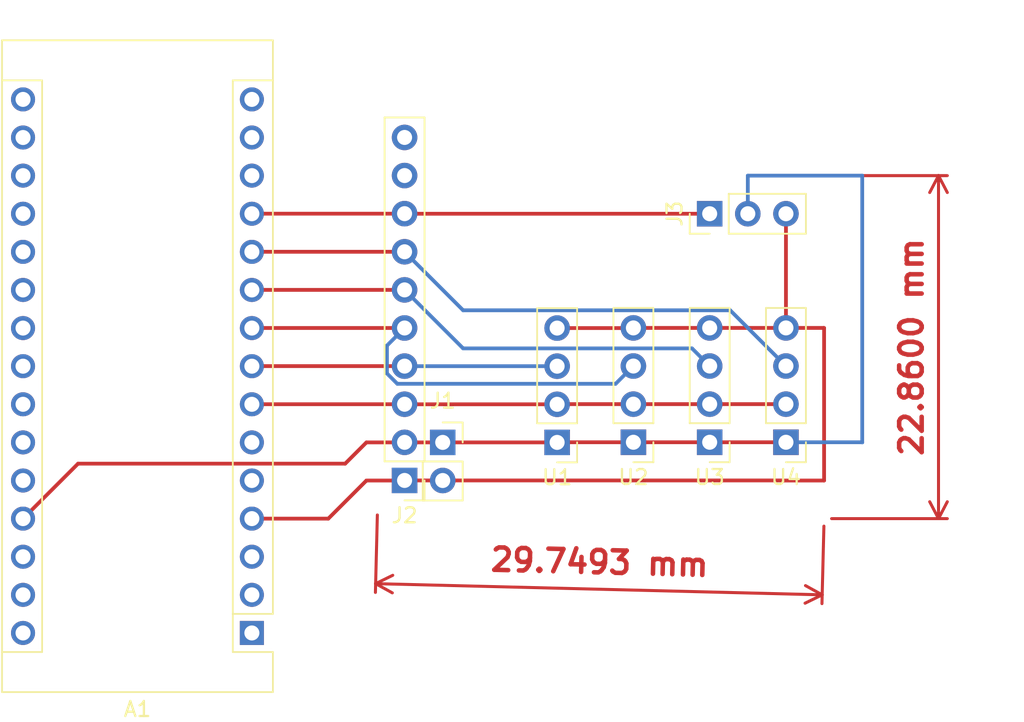
<source format=kicad_pcb>
(kicad_pcb (version 20240108) (generator "pcbnew") (generator_version "8.0")
  (layers (0 "F.Cu" signal) (31 "B.Cu" signal) (34 "B.Paste" user) (35 "F.Paste" user) (36 "B.SilkS" user "B.Silkscreen") (37 "F.SilkS" user "F.Silkscreen") (38 "B.Mask" user) (39 "F.Mask" user) (44 "Edge.Cuts" user))
  (net 0 "")
  (net 1 "Net-(A1-D6)")
  (net 4 "GND")
  (net 6 "Net-(A1-D4)")
  (net 8 "Net-(A1-D8)")
  (net 9 "Net-(A1-D9)")
  (net 16 "Net-(A1-D7)")
  (net 25 "Net-(A1-D5)")
  (net 27 "+5V")
  (footprint "Connector_PinHeader_2.54mm:PinHeader_1x04_P2.54mm_Vertical" (layer "F.Cu") (at 104.14 76.19 180)
    (property "Reference" "U3" (at 0 -2.33 0) (layer "F.SilkS"))
    (property "Value" "HC-SR04")
    (fp_line (start 1.33 1.27) (end 1.33 8.95) (stroke (width 0.12)) (layer "F.SilkS"))
    (fp_line (start -1.33 8.95) (end 1.33 8.95) (stroke (width 0.12)) (layer "F.SilkS"))
    (fp_line (start -1.33 1.27) (end 1.33 1.27) (stroke (width 0.12)) (layer "F.SilkS"))
    (fp_line (start -1.33 1.27) (end -1.33 8.95) (stroke (width 0.12)) (layer "F.SilkS"))
    (fp_line (start -1.33 0) (end -1.33 -1.33) (stroke (width 0.12)) (layer "F.SilkS"))
    (fp_line (start -1.33 -1.33) (end 0 -1.33) (stroke (width 0.12)) (layer "F.SilkS"))
    (pad "1" thru_hole rect (at 0 0 180) (size 1.7 1.7) (drill 1) (layers "*.Cu" "*.Mask") (net 27 "+5V"))
    (pad "2" thru_hole oval (at 0 2.54 180) (size 1.7 1.7) (drill 1) (layers "*.Cu" "*.Mask") (net 6 "Net-(A1-D4)"))
    (pad "3" thru_hole oval (at 0 5.08 180) (size 1.7 1.7) (drill 1) (layers "*.Cu" "*.Mask") (net 16 "Net-(A1-D7)"))
    (pad "4" thru_hole oval (at 0 7.62 180) (size 1.7 1.7) (drill 1) (layers "*.Cu" "*.Mask") (net 4 "GND"))
  )
  (footprint "Connector_PinSocket_2.54mm:PinSocket_1x02_P2.54mm_Vertical" (layer "F.Cu") (at 86.36 76.2)
    (property "Reference" "J1" (at 0 -2.77 0) (layer "F.SilkS"))
    (property "Value" "Jack-DC")
    (fp_line (start -1.33 1.27) (end -1.33 3.87) (stroke (width 0.12)) (layer "F.SilkS"))
    (fp_line (start -1.33 1.27) (end 1.33 1.27) (stroke (width 0.12)) (layer "F.SilkS"))
    (fp_line (start -1.33 3.87) (end 1.33 3.87) (stroke (width 0.12)) (layer "F.SilkS"))
    (fp_line (start 0 -1.33) (end 1.33 -1.33) (stroke (width 0.12)) (layer "F.SilkS"))
    (fp_line (start 1.33 -1.33) (end 1.33 0) (stroke (width 0.12)) (layer "F.SilkS"))
    (fp_line (start 1.33 1.27) (end 1.33 3.87) (stroke (width 0.12)) (layer "F.SilkS"))
    (pad "1" thru_hole rect (at 0 0) (size 1.7 1.7) (drill 1) (layers "*.Cu" "*.Mask") (net 27 "+5V"))
    (pad "2" thru_hole oval (at 0 2.54) (size 1.7 1.7) (drill 1) (layers "*.Cu" "*.Mask") (net 4 "GND"))
  )
  (footprint "Connector_PinHeader_2.54mm:PinHeader_1x03_P2.54mm_Vertical" (layer "F.Cu") (at 104.14 60.96 90)
    (property "Reference" "J3" (at 0 -2.33 90) (layer "F.SilkS"))
    (property "Value" "433 Transmitter")
    (fp_line (start -1.33 -1.33) (end 0 -1.33) (stroke (width 0.12)) (layer "F.SilkS"))
    (fp_line (start -1.33 0) (end -1.33 -1.33) (stroke (width 0.12)) (layer "F.SilkS"))
    (fp_line (start 1.33 1.27) (end 1.33 6.41) (stroke (width 0.12)) (layer "F.SilkS"))
    (fp_line (start -1.33 1.27) (end 1.33 1.27) (stroke (width 0.12)) (layer "F.SilkS"))
    (fp_line (start -1.33 1.27) (end -1.33 6.41) (stroke (width 0.12)) (layer "F.SilkS"))
    (fp_line (start -1.33 6.41) (end 1.33 6.41) (stroke (width 0.12)) (layer "F.SilkS"))
    (pad "1" thru_hole rect (at 0 0 90) (size 1.7 1.7) (drill 1) (layers "*.Cu" "*.Mask") (net 9 "Net-(A1-D9)"))
    (pad "2" thru_hole oval (at 0 2.54 90) (size 1.7 1.7) (drill 1) (layers "*.Cu" "*.Mask") (net 27 "+5V"))
    (pad "3" thru_hole oval (at 0 5.08 90) (size 1.7 1.7) (drill 1) (layers "*.Cu" "*.Mask") (net 4 "GND"))
  )
  (footprint "Connector_PinHeader_2.54mm:PinHeader_1x10_P2.54mm_Vertical" (layer "F.Cu") (at 83.82 78.735 180)
    (property "Reference" "J2" (at 0 -2.33 0) (layer "F.SilkS"))
    (property "Value" "Conn_01x10_Male")
    (fp_line (start 1.33 1.27) (end 1.33 24.19) (stroke (width 0.12)) (layer "F.SilkS"))
    (fp_line (start -1.33 24.19) (end 1.33 24.19) (stroke (width 0.12)) (layer "F.SilkS"))
    (fp_line (start -1.33 1.27) (end 1.33 1.27) (stroke (width 0.12)) (layer "F.SilkS"))
    (fp_line (start -1.33 1.27) (end -1.33 24.19) (stroke (width 0.12)) (layer "F.SilkS"))
    (fp_line (start -1.33 0) (end -1.33 -1.33) (stroke (width 0.12)) (layer "F.SilkS"))
    (fp_line (start -1.33 -1.33) (end 0 -1.33) (stroke (width 0.12)) (layer "F.SilkS"))
    (pad "1" thru_hole rect (at 0 0 180) (size 1.7 1.7) (drill 1) (layers "*.Cu" "*.Mask") (net 4 "GND"))
    (pad "2" thru_hole oval (at 0 2.54 180) (size 1.7 1.7) (drill 1) (layers "*.Cu" "*.Mask") (net 27 "+5V"))
    (pad "3" thru_hole oval (at 0 5.08 180) (size 1.7 1.7) (drill 1) (layers "*.Cu" "*.Mask") (net 6 "Net-(A1-D4)"))
    (pad "4" thru_hole oval (at 0 7.62 180) (size 1.7 1.7) (drill 1) (layers "*.Cu" "*.Mask") (net 25 "Net-(A1-D5)"))
    (pad "5" thru_hole oval (at 0 10.16 180) (size 1.7 1.7) (drill 1) (layers "*.Cu" "*.Mask") (net 1 "Net-(A1-D6)"))
    (pad "6" thru_hole oval (at 0 12.7 180) (size 1.7 1.7) (drill 1) (layers "*.Cu" "*.Mask") (net 16 "Net-(A1-D7)"))
    (pad "7" thru_hole oval (at 0 15.24 180) (size 1.7 1.7) (drill 1) (layers "*.Cu" "*.Mask") (net 8 "Net-(A1-D8)"))
    (pad "8" thru_hole oval (at 0 17.78 180) (size 1.7 1.7) (drill 1) (layers "*.Cu" "*.Mask") (net 9 "Net-(A1-D9)"))
    (pad "9" thru_hole oval (at 0 20.32 180) (size 1.7 1.7) (drill 1) (layers "*.Cu" "*.Mask"))
    (pad "10" thru_hole oval (at 0 22.86 180) (size 1.7 1.7) (drill 1) (layers "*.Cu" "*.Mask"))
  )
  (footprint "Connector_PinHeader_2.54mm:PinHeader_1x04_P2.54mm_Vertical" (layer "F.Cu") (at 93.98 76.2 180)
    (property "Reference" "U1" (at 0 -2.33 0) (layer "F.SilkS"))
    (property "Value" "HC-SR04")
    (fp_line (start 1.33 1.27) (end 1.33 8.95) (stroke (width 0.12)) (layer "F.SilkS"))
    (fp_line (start -1.33 8.95) (end 1.33 8.95) (stroke (width 0.12)) (layer "F.SilkS"))
    (fp_line (start -1.33 1.27) (end 1.33 1.27) (stroke (width 0.12)) (layer "F.SilkS"))
    (fp_line (start -1.33 1.27) (end -1.33 8.95) (stroke (width 0.12)) (layer "F.SilkS"))
    (fp_line (start -1.33 0) (end -1.33 -1.33) (stroke (width 0.12)) (layer "F.SilkS"))
    (fp_line (start -1.33 -1.33) (end 0 -1.33) (stroke (width 0.12)) (layer "F.SilkS"))
    (pad "1" thru_hole rect (at 0 0 180) (size 1.7 1.7) (drill 1) (layers "*.Cu" "*.Mask") (net 27 "+5V"))
    (pad "2" thru_hole oval (at 0 2.54 180) (size 1.7 1.7) (drill 1) (layers "*.Cu" "*.Mask") (net 6 "Net-(A1-D4)"))
    (pad "3" thru_hole oval (at 0 5.08 180) (size 1.7 1.7) (drill 1) (layers "*.Cu" "*.Mask") (net 25 "Net-(A1-D5)"))
    (pad "4" thru_hole oval (at 0 7.62 180) (size 1.7 1.7) (drill 1) (layers "*.Cu" "*.Mask") (net 4 "GND"))
  )
  (footprint "Module:Arduino_Nano" (layer "F.Cu") (at 73.65 88.9 180)
    (property "Reference" "A1" (at 7.62 -5.08 0) (layer "F.SilkS"))
    (property "Value" "Arduino_Nano_v3.x")
    (fp_line (start 16.64 39.5) (end 16.64 -3.94) (stroke (width 0.12)) (layer "F.SilkS"))
    (fp_line (start 16.64 -3.94) (end -1.4 -3.94) (stroke (width 0.12)) (layer "F.SilkS"))
    (fp_line (start 13.97 36.83) (end 16.64 36.83) (stroke (width 0.12)) (layer "F.SilkS"))
    (fp_line (start 13.97 -1.27) (end 16.64 -1.27) (stroke (width 0.12)) (layer "F.SilkS"))
    (fp_line (start 13.97 -1.27) (end 13.97 36.83) (stroke (width 0.12)) (layer "F.SilkS"))
    (fp_line (start 1.27 36.83) (end -1.4 36.83) (stroke (width 0.12)) (layer "F.SilkS"))
    (fp_line (start 1.27 1.27) (end 1.27 36.83) (stroke (width 0.12)) (layer "F.SilkS"))
    (fp_line (start 1.27 1.27) (end 1.27 -1.27) (stroke (width 0.12)) (layer "F.SilkS"))
    (fp_line (start 1.27 1.27) (end -1.4 1.27) (stroke (width 0.12)) (layer "F.SilkS"))
    (fp_line (start 1.27 -1.27) (end -1.4 -1.27) (stroke (width 0.12)) (layer "F.SilkS"))
    (fp_line (start -1.4 39.5) (end 16.64 39.5) (stroke (width 0.12)) (layer "F.SilkS"))
    (fp_line (start -1.4 1.27) (end -1.4 39.5) (stroke (width 0.12)) (layer "F.SilkS"))
    (fp_line (start -1.4 -3.94) (end -1.4 -1.27) (stroke (width 0.12)) (layer "F.SilkS"))
    (pad "1" thru_hole rect (at 0 0 180) (size 1.6 1.6) (drill 1) (layers "*.Cu" "*.Mask"))
    (pad "2" thru_hole oval (at 0 2.54 180) (size 1.6 1.6) (drill 1) (layers "*.Cu" "*.Mask"))
    (pad "3" thru_hole oval (at 0 5.08 180) (size 1.6 1.6) (drill 1) (layers "*.Cu" "*.Mask"))
    (pad "4" thru_hole oval (at 0 7.62 180) (size 1.6 1.6) (drill 1) (layers "*.Cu" "*.Mask") (net 4 "GND"))
    (pad "5" thru_hole oval (at 0 10.16 180) (size 1.6 1.6) (drill 1) (layers "*.Cu" "*.Mask"))
    (pad "6" thru_hole oval (at 0 12.7 180) (size 1.6 1.6) (drill 1) (layers "*.Cu" "*.Mask"))
    (pad "7" thru_hole oval (at 0 15.24 180) (size 1.6 1.6) (drill 1) (layers "*.Cu" "*.Mask") (net 6 "Net-(A1-D4)"))
    (pad "8" thru_hole oval (at 0 17.78 180) (size 1.6 1.6) (drill 1) (layers "*.Cu" "*.Mask") (net 25 "Net-(A1-D5)"))
    (pad "9" thru_hole oval (at 0 20.32 180) (size 1.6 1.6) (drill 1) (layers "*.Cu" "*.Mask") (net 1 "Net-(A1-D6)"))
    (pad "10" thru_hole oval (at 0 22.86 180) (size 1.6 1.6) (drill 1) (layers "*.Cu" "*.Mask") (net 16 "Net-(A1-D7)"))
    (pad "11" thru_hole oval (at 0 25.4 180) (size 1.6 1.6) (drill 1) (layers "*.Cu" "*.Mask") (net 8 "Net-(A1-D8)"))
    (pad "12" thru_hole oval (at 0 27.94 180) (size 1.6 1.6) (drill 1) (layers "*.Cu" "*.Mask") (net 9 "Net-(A1-D9)"))
    (pad "13" thru_hole oval (at 0 30.48 180) (size 1.6 1.6) (drill 1) (layers "*.Cu" "*.Mask"))
    (pad "14" thru_hole oval (at 0 33.02 180) (size 1.6 1.6) (drill 1) (layers "*.Cu" "*.Mask"))
    (pad "15" thru_hole oval (at 0 35.56 180) (size 1.6 1.6) (drill 1) (layers "*.Cu" "*.Mask"))
    (pad "16" thru_hole oval (at 15.24 35.56 180) (size 1.6 1.6) (drill 1) (layers "*.Cu" "*.Mask"))
    (pad "17" thru_hole oval (at 15.24 33.02 180) (size 1.6 1.6) (drill 1) (layers "*.Cu" "*.Mask"))
    (pad "18" thru_hole oval (at 15.24 30.48 180) (size 1.6 1.6) (drill 1) (layers "*.Cu" "*.Mask"))
    (pad "19" thru_hole oval (at 15.24 27.94 180) (size 1.6 1.6) (drill 1) (layers "*.Cu" "*.Mask"))
    (pad "20" thru_hole oval (at 15.24 25.4 180) (size 1.6 1.6) (drill 1) (layers "*.Cu" "*.Mask"))
    (pad "21" thru_hole oval (at 15.24 22.86 180) (size 1.6 1.6) (drill 1) (layers "*.Cu" "*.Mask"))
    (pad "22" thru_hole oval (at 15.24 20.32 180) (size 1.6 1.6) (drill 1) (layers "*.Cu" "*.Mask"))
    (pad "23" thru_hole oval (at 15.24 17.78 180) (size 1.6 1.6) (drill 1) (layers "*.Cu" "*.Mask"))
    (pad "24" thru_hole oval (at 15.24 15.24 180) (size 1.6 1.6) (drill 1) (layers "*.Cu" "*.Mask"))
    (pad "25" thru_hole oval (at 15.24 12.7 180) (size 1.6 1.6) (drill 1) (layers "*.Cu" "*.Mask"))
    (pad "26" thru_hole oval (at 15.24 10.16 180) (size 1.6 1.6) (drill 1) (layers "*.Cu" "*.Mask"))
    (pad "27" thru_hole oval (at 15.24 7.62 180) (size 1.6 1.6) (drill 1) (layers "*.Cu" "*.Mask") (net 27 "+5V"))
    (pad "28" thru_hole oval (at 15.24 5.08 180) (size 1.6 1.6) (drill 1) (layers "*.Cu" "*.Mask"))
    (pad "29" thru_hole oval (at 15.24 2.54 180) (size 1.6 1.6) (drill 1) (layers "*.Cu" "*.Mask"))
    (pad "30" thru_hole oval (at 15.24 0 180) (size 1.6 1.6) (drill 1) (layers "*.Cu" "*.Mask"))
  )
  (footprint "Connector_PinHeader_2.54mm:PinHeader_1x04_P2.54mm_Vertical" (layer "F.Cu") (at 109.22 76.19 180)
    (property "Reference" "U4" (at 0 -2.33 0) (layer "F.SilkS"))
    (property "Value" "HC-SR04")
    (fp_line (start 1.33 1.27) (end 1.33 8.95) (stroke (width 0.12)) (layer "F.SilkS"))
    (fp_line (start -1.33 8.95) (end 1.33 8.95) (stroke (width 0.12)) (layer "F.SilkS"))
    (fp_line (start -1.33 1.27) (end 1.33 1.27) (stroke (width 0.12)) (layer "F.SilkS"))
    (fp_line (start -1.33 1.27) (end -1.33 8.95) (stroke (width 0.12)) (layer "F.SilkS"))
    (fp_line (start -1.33 0) (end -1.33 -1.33) (stroke (width 0.12)) (layer "F.SilkS"))
    (fp_line (start -1.33 -1.33) (end 0 -1.33) (stroke (width 0.12)) (layer "F.SilkS"))
    (pad "1" thru_hole rect (at 0 0 180) (size 1.7 1.7) (drill 1) (layers "*.Cu" "*.Mask") (net 27 "+5V"))
    (pad "2" thru_hole oval (at 0 2.54 180) (size 1.7 1.7) (drill 1) (layers "*.Cu" "*.Mask") (net 6 "Net-(A1-D4)"))
    (pad "3" thru_hole oval (at 0 5.08 180) (size 1.7 1.7) (drill 1) (layers "*.Cu" "*.Mask") (net 8 "Net-(A1-D8)"))
    (pad "4" thru_hole oval (at 0 7.62 180) (size 1.7 1.7) (drill 1) (layers "*.Cu" "*.Mask") (net 4 "GND"))
  )
  (footprint "Connector_PinHeader_2.54mm:PinHeader_1x04_P2.54mm_Vertical" (layer "F.Cu") (at 99.06 76.19 180)
    (property "Reference" "U2" (at 0 -2.33 0) (layer "F.SilkS"))
    (property "Value" "HC-SR04")
    (fp_line (start 1.33 1.27) (end 1.33 8.95) (stroke (width 0.12)) (layer "F.SilkS"))
    (fp_line (start -1.33 8.95) (end 1.33 8.95) (stroke (width 0.12)) (layer "F.SilkS"))
    (fp_line (start -1.33 1.27) (end 1.33 1.27) (stroke (width 0.12)) (layer "F.SilkS"))
    (fp_line (start -1.33 1.27) (end -1.33 8.95) (stroke (width 0.12)) (layer "F.SilkS"))
    (fp_line (start -1.33 0) (end -1.33 -1.33) (stroke (width 0.12)) (layer "F.SilkS"))
    (fp_line (start -1.33 -1.33) (end 0 -1.33) (stroke (width 0.12)) (layer "F.SilkS"))
    (pad "1" thru_hole rect (at 0 0 180) (size 1.7 1.7) (drill 1) (layers "*.Cu" "*.Mask") (net 27 "+5V"))
    (pad "2" thru_hole oval (at 0 2.54 180) (size 1.7 1.7) (drill 1) (layers "*.Cu" "*.Mask") (net 6 "Net-(A1-D4)"))
    (pad "3" thru_hole oval (at 0 5.08 180) (size 1.7 1.7) (drill 1) (layers "*.Cu" "*.Mask") (net 1 "Net-(A1-D6)"))
    (pad "4" thru_hole oval (at 0 7.62 180) (size 1.7 1.7) (drill 1) (layers "*.Cu" "*.Mask") (net 4 "GND"))
  )
  (dimension (type aligned) (layer "F.Cu") (pts (xy 111.76 81.28) (xy 111.76 58.42)) (height 7.62) (gr_text "900.0000 mils" (at 117.58 69.85 90) (layer "F.Cu") (effects (font (size 1.5 1.5) (thickness 0.3)))) (format (prefix "") (suffix "") (units 3) (units_format 1) (precision 4)) (style (thickness 0.2) (arrow_length 1.27) (text_position_mode 0) (extension_height 0.58642) (extension_offset 0.5) keep_text_aligned))
  (dimension (type aligned) (layer "F.Cu") (pts (xy 111.76 81.28) (xy 82.02 80.535)) (height -5.08) (gr_text "1171.2334 mils" (at 96.807861 84.186472 -1.43498421) (layer "F.Cu") (effects (font (size 1.5 1.5) (thickness 0.3)))) (format (prefix "") (suffix "") (units 3) (units_format 1) (precision 4)) (style (thickness 0.2) (arrow_length 1.27) (text_position_mode 0) (extension_height 0.58642) (extension_offset 0.5) keep_text_aligned))
  (segment (start 73.655 68.575) (end 73.65 68.58) (width 0.25) (layer "F.Cu") (net 1))
  (segment (start 83.82 68.575) (end 73.655 68.575) (width 0.25) (layer "F.Cu") (net 1))
  (segment (start 83.338501 72.294511) (end 82.645489 71.601499) (width 0.25) (layer "B.Cu") (net 1))
  (segment (start 82.645489 69.749511) (end 83.82 68.575) (width 0.25) (layer "B.Cu") (net 1))
  (segment (start 82.645489 71.601499) (end 82.645489 69.749511) (width 0.25) (layer "B.Cu") (net 1))
  (segment (start 97.875489 72.294511) (end 83.338501 72.294511) (width 0.25) (layer "B.Cu") (net 1))
  (segment (start 99.06 71.11) (end 97.875489 72.294511) (width 0.25) (layer "B.Cu") (net 1))
  (segment (start 111.76 78.74) (end 111.76 68.58) (width 0.25) (layer "F.Cu") (net 4))
  (segment (start 111.76 68.58) (end 111.75 68.57) (width 0.25) (layer "F.Cu") (net 4))
  (segment (start 93.98 68.58) (end 99.05 68.58) (width 0.25) (layer "F.Cu") (net 4))
  (segment (start 111.75 68.57) (end 109.22 68.57) (width 0.25) (layer "F.Cu") (net 4))
  (segment (start 83.815 78.74) (end 83.82 78.735) (width 0.25) (layer "F.Cu") (net 4))
  (segment (start 109.22 68.57) (end 109.22 60.96) (width 0.25) (layer "F.Cu") (net 4))
  (segment (start 81.28 78.74) (end 78.74 81.28) (width 0.25) (layer "F.Cu") (net 4))
  (segment (start 104.14 68.57) (end 109.22 68.57) (width 0.25) (layer "F.Cu") (net 4))
  (segment (start 99.06 68.57) (end 104.14 68.57) (width 0.25) (layer "F.Cu") (net 4))
  (segment (start 81.28 78.74) (end 83.815 78.74) (width 0.25) (layer "F.Cu") (net 4))
  (segment (start 99.05 68.58) (end 99.06 68.57) (width 0.25) (layer "F.Cu") (net 4))
  (segment (start 83.82 78.735) (end 109.024022 78.735) (width 0.25) (layer "F.Cu") (net 4))
  (segment (start 109.024022 78.735) (end 109.029022 78.74) (width 0.25) (layer "F.Cu") (net 4))
  (segment (start 109.029022 78.74) (end 111.76 78.74) (width 0.25) (layer "F.Cu") (net 4))
  (segment (start 78.74 81.28) (end 73.65 81.28) (width 0.25) (layer "F.Cu") (net 4))
  (segment (start 104.14 73.65) (end 99.06 73.65) (width 0.25) (layer "F.Cu") (net 6))
  (segment (start 73.655 73.655) (end 73.65 73.66) (width 0.25) (layer "F.Cu") (net 6))
  (segment (start 99.06 73.65) (end 93.99 73.65) (width 0.25) (layer "F.Cu") (net 6))
  (segment (start 93.99 73.65) (end 93.98 73.66) (width 0.25) (layer "F.Cu") (net 6))
  (segment (start 83.82 73.655) (end 73.655 73.655) (width 0.25) (layer "F.Cu") (net 6))
  (segment (start 109.22 73.65) (end 104.14 73.65) (width 0.25) (layer "F.Cu") (net 6))
  (segment (start 83.825 73.66) (end 83.82 73.655) (width 0.25) (layer "F.Cu") (net 6))
  (segment (start 93.98 73.66) (end 83.825 73.66) (width 0.25) (layer "F.Cu") (net 6))
  (segment (start 83.82 63.495) (end 73.655 63.495) (width 0.25) (layer "F.Cu") (net 8))
  (segment (start 73.655 63.495) (end 73.65 63.5) (width 0.25) (layer "F.Cu") (net 8))
  (segment (start 109.22 71.11) (end 105.505489 67.395489) (width 0.25) (layer "B.Cu") (net 8))
  (segment (start 87.720489 67.395489) (end 83.82 63.495) (width 0.25) (layer "B.Cu") (net 8))
  (segment (start 105.505489 67.395489) (end 87.720489 67.395489) (width 0.25) (layer "B.Cu") (net 8))
  (segment (start 73.655 60.955) (end 73.65 60.96) (width 0.25) (layer "F.Cu") (net 9))
  (segment (start 83.825 60.96) (end 83.82 60.955) (width 0.25) (layer "F.Cu") (net 9))
  (segment (start 83.82 60.955) (end 73.655 60.955) (width 0.25) (layer "F.Cu") (net 9))
  (segment (start 104.14 60.96) (end 83.825 60.96) (width 0.25) (layer "F.Cu") (net 9))
  (segment (start 83.82 66.035) (end 73.655 66.035) (width 0.25) (layer "F.Cu") (net 16))
  (segment (start 73.655 66.035) (end 73.65 66.04) (width 0.25) (layer "F.Cu") (net 16))
  (segment (start 104.14 71.11) (end 102.965489 69.935489) (width 0.25) (layer "B.Cu") (net 16))
  (segment (start 87.720489 69.935489) (end 83.82 66.035) (width 0.25) (layer "B.Cu") (net 16))
  (segment (start 102.965489 69.935489) (end 87.720489 69.935489) (width 0.25) (layer "B.Cu") (net 16))
  (segment (start 73.655 71.115) (end 73.65 71.12) (width 0.25) (layer "F.Cu") (net 25))
  (segment (start 83.82 71.115) (end 73.655 71.115) (width 0.25) (layer "F.Cu") (net 25))
  (segment (start 93.98 71.12) (end 83.825 71.12) (width 0.25) (layer "B.Cu") (net 25))
  (segment (start 83.825 71.12) (end 83.82 71.115) (width 0.25) (layer "B.Cu") (net 25))
  (segment (start 83.825 76.2) (end 83.82 76.195) (width 0.25) (layer "F.Cu") (net 27))
  (segment (start 81.28 76.2) (end 79.864511 77.615489) (width 0.25) (layer "F.Cu") (net 27))
  (segment (start 62.074511 77.615489) (end 58.41 81.28) (width 0.25) (layer "F.Cu") (net 27))
  (segment (start 104.14 76.19) (end 99.06 76.19) (width 0.25) (layer "F.Cu") (net 27))
  (segment (start 83.815 76.2) (end 83.82 76.195) (width 0.25) (layer "F.Cu") (net 27))
  (segment (start 81.28 76.2) (end 83.815 76.2) (width 0.25) (layer "F.Cu") (net 27))
  (segment (start 79.864511 77.615489) (end 62.074511 77.615489) (width 0.25) (layer "F.Cu") (net 27))
  (segment (start 109.22 76.19) (end 104.14 76.19) (width 0.25) (layer "F.Cu") (net 27))
  (segment (start 99.06 76.19) (end 93.99 76.19) (width 0.25) (layer "F.Cu") (net 27))
  (segment (start 93.98 76.2) (end 83.825 76.2) (width 0.25) (layer "F.Cu") (net 27))
  (segment (start 93.99 76.19) (end 93.98 76.2) (width 0.25) (layer "F.Cu") (net 27))
  (segment (start 109.22 76.19) (end 114.29 76.19) (width 0.25) (layer "B.Cu") (net 27))
  (segment (start 114.3 76.2) (end 114.3 58.42) (width 0.25) (layer "B.Cu") (net 27))
  (segment (start 114.29 76.19) (end 114.3 76.2) (width 0.25) (layer "B.Cu") (net 27))
  (segment (start 106.68 58.42) (end 106.68 60.96) (width 0.25) (layer "B.Cu") (net 27))
  (segment (start 114.3 58.42) (end 106.68 58.42) (width 0.25) (layer "B.Cu") (net 27))
)
</source>
